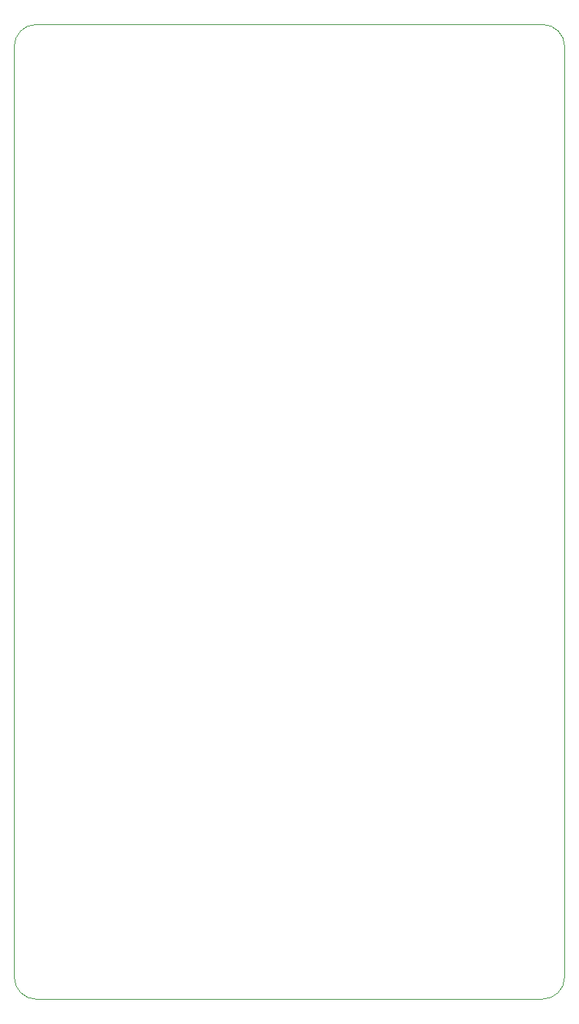
<source format=gbr>
%TF.GenerationSoftware,KiCad,Pcbnew,7.0.7*%
%TF.CreationDate,2023-10-19T13:35:16-07:00*%
%TF.ProjectId,555Trigger,35353554-7269-4676-9765-722e6b696361,0*%
%TF.SameCoordinates,Original*%
%TF.FileFunction,Profile,NP*%
%FSLAX46Y46*%
G04 Gerber Fmt 4.6, Leading zero omitted, Abs format (unit mm)*
G04 Created by KiCad (PCBNEW 7.0.7) date 2023-10-19 13:35:16*
%MOMM*%
%LPD*%
G01*
G04 APERTURE LIST*
%TA.AperFunction,Profile*%
%ADD10C,0.100000*%
%TD*%
G04 APERTURE END LIST*
D10*
X86360000Y-133350000D02*
X27940000Y-133350000D01*
X27940000Y-21082000D02*
G75*
G03*
X25400000Y-23622000I0J-2540000D01*
G01*
X88900000Y-23622000D02*
G75*
G03*
X86360000Y-21082000I-2540000J0D01*
G01*
X86360000Y-133350000D02*
G75*
G03*
X88900000Y-130810000I0J2540000D01*
G01*
X25400000Y-130810000D02*
X25400000Y-23622000D01*
X25400000Y-130810000D02*
G75*
G03*
X27940000Y-133350000I2540000J0D01*
G01*
X27940000Y-21082000D02*
X86360000Y-21082000D01*
X88900000Y-23622000D02*
X88900000Y-130810000D01*
M02*

</source>
